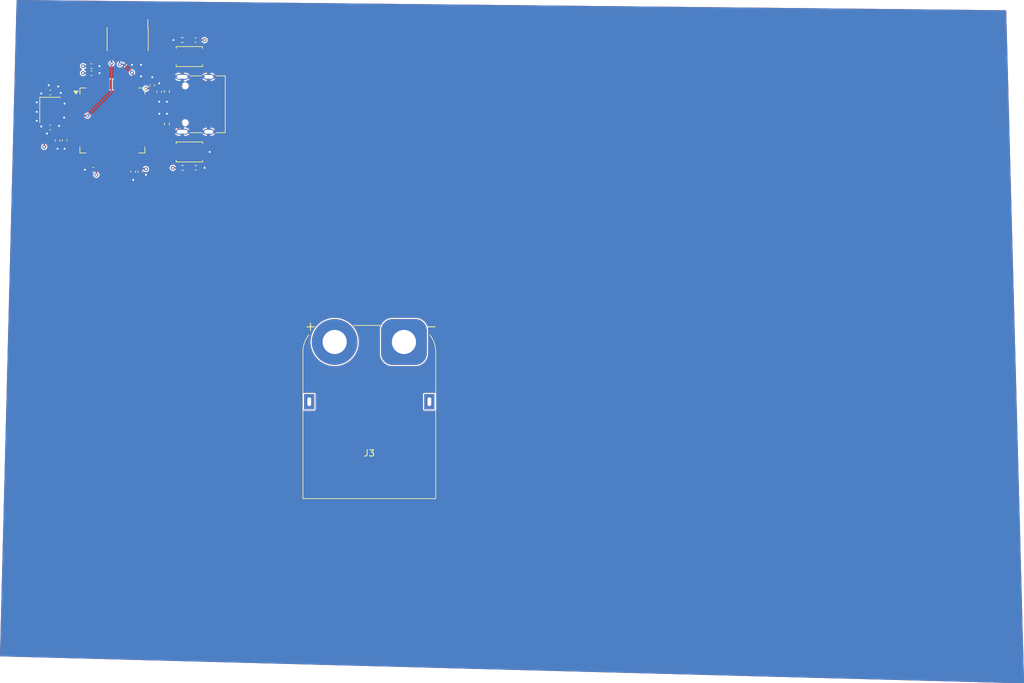
<source format=kicad_pcb>
(kicad_pcb (version 20241229) (generator "pcbnew") (generator_version "9.0")
  (layers (0 "F.Cu" signal) (4 "In1.Cu" signal) (6 "In2.Cu" signal) (2 "B.Cu" signal) (13 "F.Paste" user) (15 "B.Paste" user) (5 "F.SilkS" user "F.Silkscreen") (7 "B.SilkS" user "B.Silkscreen") (1 "F.Mask" user) (3 "B.Mask" user) (25 "Edge.Cuts" user))
  (net 0 "")
  (net 1 "GND")
  (net 2 "/mcu/TDI")
  (net 3 "/mcu/SWIO")
  (net 4 "/mcu/SWCLK")
  (net 5 "/mcu/RESET")
  (net 6 "/mcu/SWO")
  (net 13 "+3.3V")
  (net 18 "/mcu/BOOT")
  (net 20 "/USB_DP")
  (net 30 "Net-(U1-PH1)")
  (net 34 "/USB_DN")
  (net 38 "Net-(U1-PH0)")
  (net 46 "Net-(U1-VCAP_2)")
  (net 57 "Net-(U1-VCAP_1)")
  (net 59 "/mcu/VDDA")
  (net 61 "Net-(J1-CC2)")
  (net 62 "Net-(J1-CC1)")
  (net 66 "/UBAT")
  (footprint "Resistor_SMD:R_0402_1005Metric" (layer "F.Cu") (at 105.42 66.5)
    (property "Reference" "R1" (hide yes))
    (property "Value" "5.1k")
    (fp_line (start -0.153641 -0.38) (end 0.153641 -0.38) (stroke (width 0.12)) (layer "F.SilkS"))
    (fp_line (start -0.153641 0.38) (end 0.153641 0.38) (stroke (width 0.12)) (layer "F.SilkS"))
    (pad "1" smd roundrect (at -0.51 0) (size 0.54 0.64) (layers "F.Cu" "F.Mask" "F.Paste") (net 13 "+3.3V"))
    (pad "2" smd roundrect (at 0.51 0) (size 0.54 0.64) (layers "F.Cu" "F.Mask" "F.Paste") (net 5 "/mcu/RESET"))
  )
  (footprint "Capacitor_SMD:C_0402_1005Metric" (layer "F.Cu") (at 85.76667 62.199653 -90)
    (property "Reference" "C2" (hide yes))
    (property "Value" "1u")
    (fp_line (start -0.107836 0.36) (end 0.107836 0.36) (stroke (width 0.12)) (layer "F.SilkS"))
    (fp_line (start -0.107836 -0.36) (end 0.107836 -0.36) (stroke (width 0.12)) (layer "F.SilkS"))
    (pad "1" smd roundrect (at -0.48 0 270) (size 0.56 0.62) (layers "F.Cu" "F.Mask" "F.Paste") (net 59 "/mcu/VDDA"))
    (pad "2" smd roundrect (at 0.48 0 270) (size 0.56 0.62) (layers "F.Cu" "F.Mask" "F.Paste") (net 1 "GND"))
  )
  (footprint "Resistor_SMD:R_0402_1005Metric" (layer "F.Cu") (at 105.39 46.4 180)
    (property "Reference" "R2" (hide yes))
    (property "Value" "5.1k")
    (fp_line (start -0.153641 0.38) (end 0.153641 0.38) (stroke (width 0.12)) (layer "F.SilkS"))
    (fp_line (start -0.153641 -0.38) (end 0.153641 -0.38) (stroke (width 0.12)) (layer "F.SilkS"))
    (pad "1" smd roundrect (at -0.51 0 180) (size 0.54 0.64) (layers "F.Cu" "F.Mask" "F.Paste") (net 18 "/mcu/BOOT"))
    (pad "2" smd roundrect (at 0.51 0 180) (size 0.54 0.64) (layers "F.Cu" "F.Mask" "F.Paste") (net 1 "GND"))
  )
  (footprint "Button_Switch_SMD:SW_Push_SPST_NO_Alps_SKRK" (layer "F.Cu") (at 106.5 49)
    (property "Reference" "SW2" (hide yes))
    (property "Value" "BOOT")
    (fp_line (start -2.07 -1.57) (end 2.07 -1.57) (stroke (width 0.12)) (layer "F.SilkS"))
    (fp_line (start -2.07 -1.27) (end -2.07 -1.57) (stroke (width 0.12)) (layer "F.SilkS"))
    (fp_line (start -2.07 1.57) (end -2.07 1.27) (stroke (width 0.12)) (layer "F.SilkS"))
    (fp_line (start 2.07 -1.57) (end 2.07 -1.27) (stroke (width 0.12)) (layer "F.SilkS"))
    (fp_line (start 2.07 1.27) (end 2.07 1.57) (stroke (width 0.12)) (layer "F.SilkS"))
    (fp_line (start 2.07 1.57) (end -2.07 1.57) (stroke (width 0.12)) (layer "F.SilkS"))
    (pad "1" smd roundrect (at -2.1 0) (size 0.8 2) (layers "F.Cu" "F.Mask" "F.Paste") (net 18 "/mcu/BOOT"))
    (pad "2" smd roundrect (at 2.1 0) (size 0.8 2) (layers "F.Cu" "F.Mask" "F.Paste") (net 13 "+3.3V"))
  )
  (footprint "Button_Switch_SMD:SW_Push_SPST_NO_Alps_SKRK" (layer "F.Cu") (at 106.5 64 180)
    (property "Reference" "SW1" (hide yes))
    (property "Value" "RESET")
    (fp_line (start 2.07 1.57) (end -2.07 1.57) (stroke (width 0.12)) (layer "F.SilkS"))
    (fp_line (start 2.07 1.27) (end 2.07 1.57) (stroke (width 0.12)) (layer "F.SilkS"))
    (fp_line (start 2.07 -1.57) (end 2.07 -1.27) (stroke (width 0.12)) (layer "F.SilkS"))
    (fp_line (start -2.07 1.57) (end -2.07 1.27) (stroke (width 0.12)) (layer "F.SilkS"))
    (fp_line (start -2.07 -1.27) (end -2.07 -1.57) (stroke (width 0.12)) (layer "F.SilkS"))
    (fp_line (start -2.07 -1.57) (end 2.07 -1.57) (stroke (width 0.12)) (layer "F.SilkS"))
    (pad "1" smd roundrect (at -2.1 0 180) (size 0.8 2) (layers "F.Cu" "F.Mask" "F.Paste") (net 1 "GND"))
    (pad "2" smd roundrect (at 2.1 0 180) (size 0.8 2) (layers "F.Cu" "F.Mask" "F.Paste") (net 5 "/mcu/RESET"))
  )
  (footprint "Capacitor_SMD:C_0402_1005Metric" (layer "F.Cu") (at 97.66667 67.099653 -90)
    (property "Reference" "C9" (hide yes))
    (property "Value" "2.2u")
    (fp_line (start -0.107836 0.36) (end 0.107836 0.36) (stroke (width 0.12)) (layer "F.SilkS"))
    (fp_line (start -0.107836 -0.36) (end 0.107836 -0.36) (stroke (width 0.12)) (layer "F.SilkS"))
    (pad "1" smd roundrect (at -0.48 0 270) (size 0.56 0.62) (layers "F.Cu" "F.Mask" "F.Paste") (net 57 "Net-(U1-VCAP_1)"))
    (pad "2" smd roundrect (at 0.48 0 270) (size 0.56 0.62) (layers "F.Cu" "F.Mask" "F.Paste") (net 1 "GND"))
  )
  (footprint "Connector_AMASS:AMASS_XT90PW-M_1x02_P10.90mm_Horizontal" (layer "F.Cu") (at 140.26667 93.899653 180)
    (property "Reference" "J3" (at 5.449999 -17.5 0) (layer "F.SilkS"))
    (property "Value" "BAT")
    (fp_line (start 15.9 -24.65) (end 15.9 -1.522958) (stroke (width 0.12)) (layer "F.SilkS"))
    (fp_line (start 3.7 2.6) (end 7.9 2.6) (stroke (width 0.12)) (layer "F.SilkS"))
    (fp_line (start -5 -24.65) (end 15.9 -24.65) (stroke (width 0.12)) (layer "F.SilkS"))
    (fp_line (start -5 -24.65) (end -5 -1.522958) (stroke (width 0.12)) (layer "F.SilkS"))
    (fp_arc (start 15.9 -1.522958) (mid 15.659164 -0.130586) (end 14.964641 1.1) (stroke (width 0.12)) (layer "F.SilkS"))
    (fp_arc (start -4.064641 1.1) (mid -4.759165 -0.130585) (end -5 -1.522958) (stroke (width 0.12)) (layer "F.SilkS"))
    (fp_text user "+" (at 14.7 2.5 0) (layer "F.SilkS") (effects (font (size 1.5 1.5))))
    (fp_text user "-" (at -4.3 2.5 0) (layer "F.SilkS") (effects (font (size 1.5 1.5))))
    (pad "1" thru_hole roundrect (at 0 0 180) (size 7.2 7.2) (drill 3.8) (layers "*.Cu" "*.Mask") (net 1 "GND"))
    (pad "2" thru_hole circle (at 10.899998 0 180) (size 7.2 7.2) (drill 3.8) (layers "*.Cu" "*.Mask") (net 66 "/UBAT"))
    (pad "MP" thru_hole rect (at -4 -9.4 180) (size 1.6 2.4) (drill oval 0.6 1.4) (layers "*.Cu" "*.Mask"))
    (pad "MP" thru_hole rect (at 14.9 -9.4 180) (size 1.6 2.4) (drill oval 0.6 1.4) (layers "*.Cu" "*.Mask"))
  )
  (footprint "Capacitor_SMD:C_0402_1005Metric" (layer "F.Cu") (at 107.48 46.4 180)
    (property "Reference" "C13" (hide yes))
    (property "Value" "100n")
    (fp_line (start -0.107836 0.36) (end 0.107836 0.36) (stroke (width 0.12)) (layer "F.SilkS"))
    (fp_line (start -0.107836 -0.36) (end 0.107836 -0.36) (stroke (width 0.12)) (layer "F.SilkS"))
    (pad "1" smd roundrect (at -0.48 0 180) (size 0.56 0.62) (layers "F.Cu" "F.Mask" "F.Paste") (net 13 "+3.3V"))
    (pad "2" smd roundrect (at 0.48 0 180) (size 0.56 0.62) (layers "F.Cu" "F.Mask" "F.Paste") (net 18 "/mcu/BOOT"))
  )
  (footprint "Package_QFP:LQFP-64_10x10mm_P0.5mm" (layer "F.Cu") (at 94.39167 59.049653)
    (property "Reference" "U1" (hide yes))
    (property "Value" "STM32F405RGTx")
    (fp_line (start -5.11 -5.11) (end -5.11 -4.16) (stroke (width 0.12)) (layer "F.SilkS"))
    (fp_line (start -5.11 5.11) (end -5.11 4.16) (stroke (width 0.12)) (layer "F.SilkS"))
    (fp_line (start -4.16 -5.11) (end -5.11 -5.11) (stroke (width 0.12)) (layer "F.SilkS"))
    (fp_line (start -4.16 5.11) (end -5.11 5.11) (stroke (width 0.12)) (layer "F.SilkS"))
    (fp_line (start 4.16 -5.11) (end 5.11 -5.11) (stroke (width 0.12)) (layer "F.SilkS"))
    (fp_line (start 4.16 5.11) (end 5.11 5.11) (stroke (width 0.12)) (layer "F.SilkS"))
    (fp_line (start 5.11 -5.11) (end 5.11 -4.16) (stroke (width 0.12)) (layer "F.SilkS"))
    (fp_line (start 5.11 5.11) (end 5.11 4.16) (stroke (width 0.12)) (layer "F.SilkS"))
    (fp_poly (pts (xy -5.725 -4.16) (xy -6.065 -4.63) (xy -5.385 -4.63) (xy -5.725 -4.16)) (stroke (width 0.12)) (fill yes) (layer "F.SilkS"))
    (pad "1" smd roundrect (at -5.675 -3.75) (size 1.55 0.3) (layers "F.Cu" "F.Mask" "F.Paste") (net 13 "+3.3V"))
    (pad "2" smd roundrect (at -5.675 -3.25) (size 1.55 0.3) (layers "F.Cu" "F.Mask" "F.Paste"))
    (pad "3" smd roundrect (at -5.675 -2.75) (size 1.55 0.3) (layers "F.Cu" "F.Mask" "F.Paste"))
    (pad "4" smd roundrect (at -5.675 -2.25) (size 1.55 0.3) (layers "F.Cu" "F.Mask" "F.Paste"))
    (pad "5" smd roundrect (at -5.675 -1.75) (size 1.55 0.3) (layers "F.Cu" "F.Mask" "F.Paste") (net 38 "Net-(U1-PH0)"))
    (pad "6" smd roundrect (at -5.675 -1.25) (size 1.55 0.3) (layers "F.Cu" "F.Mask" "F.Paste") (net 30 "Net-(U1-PH1)"))
    (pad "7" smd roundrect (at -5.675 -0.75) (size 1.55 0.3) (layers "F.Cu" "F.Mask" "F.Paste") (net 5 "/mcu/RESET"))
    (pad "8" smd roundrect (at -5.675 -0.25) (size 1.55 0.3) (layers "F.Cu" "F.Mask" "F.Paste"))
    (pad "9" smd roundrect (at -5.675 0.25) (size 1.55 0.3) (layers "F.Cu" "F.Mask" "F.Paste"))
    (pad "10" smd roundrect (at -5.675 0.75) (size 1.55 0.3) (layers "F.Cu" "F.Mask" "F.Paste"))
    (pad "11" smd roundrect (at -5.675 1.25) (size 1.55 0.3) (layers "F.Cu" "F.Mask" "F.Paste"))
    (pad "12" smd roundrect (at -5.675 1.75) (size 1.55 0.3) (layers "F.Cu" "F.Mask" "F.Paste") (net 1 "GND"))
    (pad "13" smd roundrect (at -5.675 2.25) (size 1.55 0.3) (layers "F.Cu" "F.Mask" "F.Paste") (net 59 "/mcu/VDDA"))
    (pad "14" smd roundrect (at -5.675 2.75) (size 1.55 0.3) (layers "F.Cu" "F.Mask" "F.Paste"))
    (pad "15" smd roundrect (at -5.675 3.25) (size 1.55 0.3) (layers "F.Cu" "F.Mask" "F.Paste"))
    (pad "16" smd roundrect (at -5.675 3.75) (size 1.55 0.3) (layers "F.Cu" "F.Mask" "F.Paste"))
    (pad "17" smd roundrect (at -3.75 5.675) (size 0.3 1.55) (layers "F.Cu" "F.Mask" "F.Paste"))
    (pad "18" smd roundrect (at -3.25 5.675) (size 0.3 1.55) (layers "F.Cu" "F.Mask" "F.Paste") (net 1 "GND"))
    (pad "19" smd roundrect (at -2.75 5.675) (size 0.3 1.55) (layers "F.Cu" "F.Mask" "F.Paste") (net 13 "+3.3V"))
    (pad "20" smd roundrect (at -2.25 5.675) (size 0.3 1.55) (layers "F.Cu" "F.Mask" "F.Paste"))
    (pad "21" smd roundrect (at -1.75 5.675) (size 0.3 1.55) (layers "F.Cu" "F.Mask" "F.Paste"))
    (pad "22" smd roundrect (at -1.25 5.675) (size 0.3 1.55) (layers "F.Cu" "F.Mask" "F.Paste"))
    (pad "23" smd roundrect (at -0.75 5.675) (size 0.3 1.55) (layers "F.Cu" "F.Mask" "F.Paste"))
    (pad "24" smd roundrect (at -0.25 5.675) (size 0.3 1.55) (layers "F.Cu" "F.Mask" "F.Paste"))
    (pad "25" smd roundrect (at 0.25 5.675) (size 0.3 1.55) (layers "F.Cu" "F.Mask" "F.Paste"))
    (pad "26" smd roundrect (at 0.75 5.675) (size 0.3 1.55) (layers "F.Cu" "F.Mask" "F.Paste"))
    (pad "27" smd roundrect (at 1.25 5.675) (size 0.3 1.55) (layers "F.Cu" "F.Mask" "F.Paste"))
    (pad "28" smd roundrect (at 1.75 5.675) (size 0.3 1.55) (layers "F.Cu" "F.Mask" "F.Paste"))
    (pad "29" smd roundrect (at 2.25 5.675) (size 0.3 1.55) (layers "F.Cu" "F.Mask" "F.Paste"))
    (pad "30" smd roundrect (at 2.75 5.675) (size 0.3 1.55) (layers "F.Cu" "F.Mask" "F.Paste"))
    (pad "31" smd roundrect (at 3.25 5.675) (size 0.3 1.55) (layers "F.Cu" "F.Mask" "F.Paste") (net 57 "Net-(U1-VCAP_1)"))
    (pad "32" smd roundrect (at 3.75 5.675) (size 0.3 1.55) (layers "F.Cu" "F.Mask" "F.Paste") (net 13 "+3.3V"))
    (pad "33" smd roundrect (at 5.675 3.75) (size 1.55 0.3) (layers "F.Cu" "F.Mask" "F.Paste"))
    (pad "34" smd roundrect (at 5.675 3.25) (size 1.55 0.3) (layers "F.Cu" "F.Mask" "F.Paste"))
    (pad "35" smd roundrect (at 5.675 2.75) (size 1.55 0.3) (layers "F.Cu" "F.Mask" "F.Paste"))
    (pad "36" smd roundrect (at 5.675 2.25) (size 1.55 0.3) (layers "F.Cu" "F.Mask" "F.Paste"))
    (pad "37" smd roundrect (at 5.675 1.75) (size 1.55 0.3) (layers "F.Cu" "F.Mask" "F.Paste"))
    (pad "38" smd roundrect (at 5.675 1.25) (size 1.55 0.3) (layers "F.Cu" "F.Mask" "F.Paste"))
    (pad "39" smd roundrect (at 5.675 0.75) (size 1.55 0.3) (layers "F.Cu" "F.Mask" "F.Paste"))
    (pad "40" smd roundrect (at 5.675 0.25) (size 1.55 0.3) (layers "F.Cu" "F.Mask" "F.Paste"))
    (pad "41" smd roundrect (at 5.675 -0.25) (size 1.55 0.3) (layers "F.Cu" "F.Mask" "F.Paste"))
    (pad "42" smd roundrect (at 5.675 -0.75) (size 1.55 0.3) (layers "F.Cu" "F.Mask" "F.Paste"))
    (pad "43" smd roundrect (at 5.675 -1.25) (size 1.55 0.3) (layers "F.Cu" "F.Mask" "F.Paste"))
    (pad "44" smd roundrect (at 5.675 -1.75) (size 1.55 0.3) (layers "F.Cu" "F.Mask" "F.Paste") (net 34 "/USB_DN"))
    (pad "45" smd roundrect (at 5.675 -2.25) (size 1.55 0.3) (layers "F.Cu" "F.Mask" "F.Paste") (net 20 "/USB_DP"))
    (pad "46" smd roundrect (at 5.675 -2.75) (size 1.55 0.3) (layers "F.Cu" "F.Mask" "F.Paste") (net 3 "/mcu/SWIO"))
    (pad "47" smd roundrect (at 5.675 -3.25) (size 1.55 0.3) (layers "F.Cu" "F.Mask" "F.Paste") (net 46 "Net-(U1-VCAP_2)"))
    (pad "48" smd roundrect (at 5.675 -3.75) (size 1.55 0.3) (layers "F.Cu" "F.Mask" "F.Paste") (net 13 "+3.3V"))
    (pad "49" smd roundrect (at 3.75 -5.675) (size 0.3 1.55) (layers "F.Cu" "F.Mask" "F.Paste") (net 4 "/mcu/SWCLK"))
    (pad "50" smd roundrect (at 3.25 -5.675) (size 0.3 1.55) (layers "F.Cu" "F.Mask" "F.Paste") (net 2 "/mcu/TDI"))
    (pad "51" smd roundrect (at 2.75 -5.675) (size 0.3 1.55) (layers "F.Cu" "F.Mask" "F.Paste"))
    (pad "52" smd roundrect (at 2.25 -5.675) (size 0.3 1.55) (layers "F.Cu" "F.Mask" "F.Paste"))
    (pad "53" smd roundrect (at 1.75 -5.675) (size 0.3 1.55) (layers "F.Cu" "F.Mask" "F.Paste"))
    (pad "54" smd roundrect (at 1.25 -5.675) (size 0.3 1.55) (layers "F.Cu" "F.Mask" "F.Paste"))
    (pad "55" smd roundrect (at 0.75 -5.675) (size 0.3 1.55) (layers "F.Cu" "F.Mask" "F.Paste") (net 6 "/mcu/SWO"))
    (pad "56" smd roundrect (at 0.25 -5.675) (size 0.3 1.55) (layers "F.Cu" "F.Mask" "F.Paste"))
    (pad "57" smd roundrect (at -0.25 -5.675) (size 0.3 1.55) (layers "F.Cu" "F.Mask" "F.Paste"))
    (pad "58" smd roundrect (at -0.75 -5.675) (size 0.3 1.55) (layers "F.Cu" "F.Mask" "F.Paste"))
    (pad "59" smd roundrect (at -1.25 -5.675) (size 0.3 1.55) (layers "F.Cu" "F.Mask" "F.Paste"))
    (pad "60" smd roundrect (at -1.75 -5.675) (size 0.3 1.55) (layers "F.Cu" "F.Mask" "F.Paste") (net 18 "/mcu/BOOT"))
    (pad "61" smd roundrect (at -2.25 -5.675) (size 0.3 1.55) (layers "F.Cu" "F.Mask" "F.Paste"))
    (pad "62" smd roundrect (at -2.75 -5.675) (size 0.3 1.55) (layers "F.Cu" "F.Mask" "F.Paste"))
    (pad "63" smd roundrect (at -3.25 -5.675) (size 0.3 1.55) (layers "F.Cu" "F.Mask" "F.Paste") (net 1 "GND"))
    (pad "64" smd roundrect (at -3.75 -5.675) (size 0.3 1.55) (layers "F.Cu" "F.Mask" "F.Paste") (net 13 "+3.3V"))
  )
  (footprint "Capacitor_SMD:C_0402_1005Metric" (layer "F.Cu") (at 98.76667 67.119653 -90)
    (property "Reference" "C5" (hide yes))
    (property "Value" "100n")
    (fp_line (start -0.107836 0.36) (end 0.107836 0.36) (stroke (width 0.12)) (layer "F.SilkS"))
    (fp_line (start -0.107836 -0.36) (end 0.107836 -0.36) (stroke (width 0.12)) (layer "F.SilkS"))
    (pad "1" smd roundrect (at -0.48 0 270) (size 0.56 0.62) (layers "F.Cu" "F.Mask" "F.Paste") (net 13 "+3.3V"))
    (pad "2" smd roundrect (at 0.48 0 270) (size 0.56 0.62) (layers "F.Cu" "F.Mask" "F.Paste") (net 1 "GND"))
  )
  (footprint "Capacitor_SMD:C_0402_1005Metric" (layer "F.Cu") (at 101.76667 54.519653 90)
    (property "Reference" "C8" (hide yes))
    (property "Value" "2.2u")
    (fp_line (start -0.107836 -0.36) (end 0.107836 -0.36) (stroke (width 0.12)) (layer "F.SilkS"))
    (fp_line (start -0.107836 0.36) (end 0.107836 0.36) (stroke (width 0.12)) (layer "F.SilkS"))
    (pad "1" smd roundrect (at -0.48 0 90) (size 0.56 0.62) (layers "F.Cu" "F.Mask" "F.Paste") (net 46 "Net-(U1-VCAP_2)"))
    (pad "2" smd roundrect (at 0.48 0 90) (size 0.56 0.62) (layers "F.Cu" "F.Mask" "F.Paste") (net 1 "GND"))
  )
  (footprint "Connector_PinHeader_1.27mm:PinHeader_2x05_P1.27mm_Vertical_SMD" (layer "F.Cu") (at 96.79667 46.249653 -90)
    (property "Reference" "J2" (hide yes))
    (property "Value" "Debug")
    (fp_line (start -1.765 3.235) (end 1.765 3.235) (stroke (width 0.12)) (layer "F.SilkS"))
    (fp_line (start -1.765 3.17) (end -1.765 3.235) (stroke (width 0.12)) (layer "F.SilkS"))
    (fp_line (start 1.765 3.17) (end 1.765 3.235) (stroke (width 0.12)) (layer "F.SilkS"))
    (fp_line (start -3.09 -3.17) (end -1.765 -3.17) (stroke (width 0.12)) (layer "F.SilkS"))
    (fp_line (start -1.765 -3.235) (end -1.765 -3.17) (stroke (width 0.12)) (layer "F.SilkS"))
    (fp_line (start -1.765 -3.235) (end 1.765 -3.235) (stroke (width 0.12)) (layer "F.SilkS"))
    (fp_line (start 1.765 -3.235) (end 1.765 -3.17) (stroke (width 0.12)) (layer "F.SilkS"))
    (pad "1" smd rect (at -1.95 -2.54 270) (size 2.4 0.74) (layers "F.Cu" "F.Mask" "F.Paste") (net 13 "+3.3V"))
    (pad "2" smd rect (at 1.95 -2.54 270) (size 2.4 0.74) (layers "F.Cu" "F.Mask" "F.Paste") (net 3 "/mcu/SWIO"))
    (pad "3" smd rect (at -1.95 -1.27 270) (size 2.4 0.74) (layers "F.Cu" "F.Mask" "F.Paste") (net 1 "GND"))
    (pad "4" smd rect (at 1.95 -1.27 270) (size 2.4 0.74) (layers "F.Cu" "F.Mask" "F.Paste") (net 4 "/mcu/SWCLK"))
    (pad "5" smd rect (at -1.95 0 270) (size 2.4 0.74) (layers "F.Cu" "F.Mask" "F.Paste") (net 1 "GND"))
    (pad "6" smd rect (at 1.95 0 270) (size 2.4 0.74) (layers "F.Cu" "F.Mask" "F.Paste") (net 6 "/mcu/SWO"))
    (pad "7" smd rect (at -1.95 1.27 270) (size 2.4 0.74) (layers "F.Cu" "F.Mask" "F.Paste"))
    (pad "8" smd rect (at 1.95 1.27 270) (size 2.4 0.74) (layers "F.Cu" "F.Mask" "F.Paste") (net 2 "/mcu/TDI"))
    (pad "9" smd rect (at -1.95 2.54 270) (size 2.4 0.74) (layers "F.Cu" "F.Mask" "F.Paste") (net 1 "GND"))
    (pad "10" smd rect (at 1.95 2.54 270) (size 2.4 0.74) (layers "F.Cu" "F.Mask" "F.Paste") (net 5 "/mcu/RESET"))
  )
  (footprint "Crystal:Crystal_SMD_3225-4Pin_3.2x2.5mm" (layer "F.Cu") (at 84.61667 57.399653 -90)
    (property "Reference" "Y1" (hide yes))
    (property "Value" "8MHz")
    (fp_line (start -2 1.65) (end 2 1.65) (stroke (width 0.12)) (layer "F.SilkS"))
    (fp_line (start -2 -1.65) (end -2 1.65) (stroke (width 0.12)) (layer "F.SilkS"))
    (pad "1" smd rect (at -1.1 0.85 270) (size 1.4 1.2) (layers "F.Cu" "F.Mask" "F.Paste") (net 38 "Net-(U1-PH0)"))
    (pad "2" smd rect (at 1.1 0.85 270) (size 1.4 1.2) (layers "F.Cu" "F.Mask" "F.Paste") (net 1 "GND"))
    (pad "3" smd rect (at 1.1 -0.85 270) (size 1.4 1.2) (layers "F.Cu" "F.Mask" "F.Paste") (net 30 "Net-(U1-PH1)"))
    (pad "4" smd rect (at -1.1 -0.85 270) (size 1.4 1.2) (layers "F.Cu" "F.Mask" "F.Paste") (net 1 "GND"))
  )
  (footprint "Capacitor_SMD:C_0402_1005Metric" (layer "F.Cu") (at 107.5 66.5)
    (property "Reference" "C10" (hide yes))
    (property "Value" "100n")
    (fp_line (start -0.107836 -0.36) (end 0.107836 -0.36) (stroke (width 0.12)) (layer "F.SilkS"))
    (fp_line (start -0.107836 0.36) (end 0.107836 0.36) (stroke (width 0.12)) (layer "F.SilkS"))
    (pad "1" smd roundrect (at -0.48 0) (size 0.56 0.62) (layers "F.Cu" "F.Mask" "F.Paste") (net 5 "/mcu/RESET"))
    (pad "2" smd roundrect (at 0.48 0) (size 0.56 0.62) (layers "F.Cu" "F.Mask" "F.Paste") (net 1 "GND"))
  )
  (footprint "Capacitor_SMD:C_0402_1005Metric" (layer "F.Cu") (at 91.10667 51.599653)
    (property "Reference" "C3" (hide yes))
    (property "Value" "100n")
    (fp_line (start -0.107836 -0.36) (end 0.107836 -0.36) (stroke (width 0.12)) (layer "F.SilkS"))
    (fp_line (start -0.107836 0.36) (end 0.107836 0.36) (stroke (width 0.12)) (layer "F.SilkS"))
    (pad "1" smd roundrect (at -0.48 0) (size 0.56 0.62) (layers "F.Cu" "F.Mask" "F.Paste") (net 13 "+3.3V"))
    (pad "2" smd roundrect (at 0.48 0) (size 0.56 0.62) (layers "F.Cu" "F.Mask" "F.Paste") (net 1 "GND"))
  )
  (footprint "Capacitor_SMD:C_0402_1005Metric" (layer "F.Cu") (at 84.61667 60.149653 180)
    (property "Reference" "C11" (hide yes))
    (property "Value" "10p")
    (fp_line (start -0.107836 0.36) (end 0.107836 0.36) (stroke (width 0.12)) (layer "F.SilkS"))
    (fp_line (start -0.107836 -0.36) (end 0.107836 -0.36) (stroke (width 0.12)) (layer "F.SilkS"))
    (pad "1" smd roundrect (at -0.48 0 180) (size 0.56 0.62) (layers "F.Cu" "F.Mask" "F.Paste") (net 30 "Net-(U1-PH1)"))
    (pad "2" smd roundrect (at 0.48 0 180) (size 0.56 0.62) (layers "F.Cu" "F.Mask" "F.Paste") (net 1 "GND"))
  )
  (footprint "Capacitor_SMD:C_0402_1005Metric" (layer "F.Cu") (at 84.61667 54.649653)
    (property "Reference" "C12" (hide yes))
    (property "Value" "10p")
    (fp_line (start -0.107836 -0.36) (end 0.107836 -0.36) (stroke (width 0.12)) (layer "F.SilkS"))
    (fp_line (start -0.107836 0.36) (end 0.107836 0.36) (stroke (width 0.12)) (layer "F.SilkS"))
    (pad "1" smd roundrect (at -0.48 0) (size 0.56 0.62) (layers "F.Cu" "F.Mask" "F.Paste") (net 38 "Net-(U1-PH0)"))
    (pad "2" smd roundrect (at 0.48 0) (size 0.56 0.62) (layers "F.Cu" "F.Mask" "F.Paste") (net 1 "GND"))
  )
  (footprint "Capacitor_SMD:C_0402_1005Metric" (layer "F.Cu") (at 86.86667 62.179653 -90)
    (property "Reference" "C1" (hide yes))
    (property "Value" "100n")
    (fp_line (start -0.107836 0.36) (end 0.107836 0.36) (stroke (width 0.12)) (layer "F.SilkS"))
    (fp_line (start -0.107836 -0.36) (end 0.107836 -0.36) (stroke (width 0.12)) (layer "F.SilkS"))
    (pad "1" smd roundrect (at -0.48 0 270) (size 0.56 0.62) (layers "F.Cu" "F.Mask" "F.Paste") (net 59 "/mcu/VDDA"))
    (pad "2" smd roundrect (at 0.48 0 270) (size 0.56 0.62) (layers "F.Cu" "F.Mask" "F.Paste") (net 1 "GND"))
  )
  (footprint "Resistor_SMD:R_0402_1005Metric" (layer "F.Cu") (at 102.96667 54.499653 90)
    (property "Reference" "R3" (hide yes))
    (property "Value" "5.1k")
    (fp_line (start -0.153641 -0.38) (end 0.153641 -0.38) (stroke (width 0.12)) (layer "F.SilkS"))
    (fp_line (start -0.153641 0.38) (end 0.153641 0.38) (stroke (width 0.12)) (layer "F.SilkS"))
    (pad "1" smd roundrect (at -0.51 0 90) (size 0.54 0.64) (layers "F.Cu" "F.Mask" "F.Paste") (net 61 "Net-(J1-CC2)"))
    (pad "2" smd roundrect (at 0.51 0 90) (size 0.54 0.64) (layers "F.Cu" "F.Mask" "F.Paste") (net 1 "GND"))
  )
  (footprint "Connector_USB:USB_C_Receptacle_Palconn_UTC16-G" (layer "F.Cu") (at 107.30867 56.499653 90)
    (property "Reference" "J1" (hide yes))
    (property "Value" "USB_C_Receptacle_USB2.0_14P")
    (fp_line (start 4.47 -0.67) (end 4.47 1.13) (stroke (width 0.12)) (layer "F.SilkS"))
    (fp_line (start -4.47 -0.67) (end -4.47 1.13) (stroke (width 0.12)) (layer "F.SilkS"))
    (fp_line (start 4.47 4.84) (end 4.47 3.38) (stroke (width 0.12)) (layer "F.SilkS"))
    (fp_line (start 4.47 4.84) (end -4.47 4.84) (stroke (width 0.12)) (layer "F.SilkS"))
    (fp_line (start -4.47 4.84) (end -4.47 3.38) (stroke (width 0.12)) (layer "F.SilkS"))
    (pad "" np_thru_hole circle (at -2.89 -1.45 270) (size 0.6 0.6) (drill 0.6) (layers "*.Cu" "*.Mask"))
    (pad "" np_thru_hole circle (at 2.89 -1.45 270) (size 0.6 0.6) (drill 0.6) (layers "*.Cu" "*.Mask"))
    (pad "A1" smd rect (at -3.2 -2.51 90) (size 0.6 1.16) (layers "F.Cu" "F.Mask" "F.Paste") (net 1 "GND"))
    (pad "A4" smd rect (at -2.4 -2.51 90) (size 0.6 1.16) (layers "F.Cu" "F.Mask" "F.Paste"))
    (pad "A5" smd rect (at -1.25 -2.51 270) (size 0.3 1.16) (layers "F.Cu" "F.Mask" "F.Paste") (net 62 "Net-(J1-CC1)"))
    (pad "A6" smd rect (at -0.25 -2.51 270) (size 0.3 1.16) (layers "F.Cu" "F.Mask" "F.Paste") (net 20 "/USB_DP"))
    (pad "A7" smd rect (at 0.25 -2.51 270) (size 0.3 1.16) (layers "F.Cu" "F.Mask" "F.Paste") (net 34 "/USB_DN"))
    (pad "A8" smd rect (at 1.25 -2.51 270) (size 0.3 1.16) (layers "F.Cu" "F.Mask" "F.Paste"))
    (pad "A9" smd rect (at 2.4 -2.51 90) (size 0.6 1.16) (layers "F.Cu" "F.Mask" "F.Paste"))
    (pad "A12" smd rect (at 3.2 -2.51 90) (size 0.6 1.16) (layers "F.Cu" "F.Mask" "F.Paste") (net 1 "GND"))
    (pad "B1" smd rect (at 3.2 -2.51 90) (size 0.6 1.16) (layers "F.Cu" "F.Mask" "F.Paste") (net 1 "GND"))
    (pad "B4" smd rect (at 2.4 -2.51 90) (size 0.6 1.16) (layers "F.Cu" "F.Mask" "F.Paste"))
    (pad "B5" smd rect (at 1.75 -2.51 270) (size 0.3 1.16) (layers "F.Cu" "F.Mask" "F.Paste") (net 61 "Net-(J1-CC2)"))
    (pad "B6" smd rect (at 0.75 -2.51 270) (size 0.3 1.16) (layers "F.Cu" "F.Mask" "F.Paste") (net 20 "/USB_DP"))
    (pad "B7" smd rect (at -0.75 -2.51 270) (size 0.3 1.16) (layers "F.Cu" "F.Mask" "F.Paste") (net 34 "/USB_DN"))
    (pad "B8" smd rect (at -1.75 -2.51 270) (size 0.3 1.16) (layers "F.Cu" "F.Mask" "F.Paste"))
    (pad "B9" smd rect (at -2.4 -2.51 90) (size 0.6 1.16) (layers "F.Cu" "F.Mask" "F.Paste"))
    (pad "B12" smd rect (at -3.2 -2.51 90) (size 0.6 1.16) (layers "F.Cu" "F.Mask" "F.Paste") (net 1 "GND"))
    (pad "S1" thru_hole oval (at -4.32 -1.93 180) (size 2 0.9) (drill oval 1.7 0.6) (property pad_prop_heatsink) (layers "*.Cu" "*.Mask") (net 1 "GND"))
    (pad "S1" thru_hole oval (at -4.32 2.24 180) (size 1.7 0.9) (drill oval 1.4 0.6) (property pad_prop_heatsink) (layers "*.Cu" "*.Mask") (net 1 "GND"))
    (pad "S1" thru_hole oval (at 4.32 -1.93 180) (size 2 0.9) (drill oval 1.7 0.6) (property pad_prop_heatsink) (layers "*.Cu" "*.Mask") (net 1 "GND"))
    (pad "S1" thru_hole oval (at 4.32 2.24 180) (size 1.7 0.9) (drill oval 1.4 0.6) (property pad_prop_heatsink) (layers "*.Cu" "*.Mask") (net 1 "GND"))
  )
  (footprint "Capacitor_SMD:C_0402_1005Metric" (layer "F.Cu") (at 100.66667 53.519653 90)
    (property "Reference" "C4" (hide yes))
    (property "Value" "100n")
    (fp_line (start -0.107836 -0.36) (end 0.107836 -0.36) (stroke (width 0.12)) (layer "F.SilkS"))
    (fp_line (start -0.107836 0.36) (end 0.107836 0.36) (stroke (width 0.12)) (layer "F.SilkS"))
    (pad "1" smd roundrect (at -0.48 0 90) (size 0.56 0.62) (layers "F.Cu" "F.Mask" "F.Paste") (net 13 "+3.3V"))
    (pad "2" smd roundrect (at 0.48 0 90) (size 0.56 0.62) (layers "F.Cu" "F.Mask" "F.Paste") (net 1 "GND"))
  )
  (footprint "Capacitor_SMD:C_0402_1005Metric" (layer "F.Cu") (at 91.38667 66.799653 180)
    (property "Reference" "C6" (hide yes))
    (property "Value" "100n")
    (fp_line (start -0.107836 0.36) (end 0.107836 0.36) (stroke (width 0.12)) (layer "F.SilkS"))
    (fp_line (start -0.107836 -0.36) (end 0.107836 -0.36) (stroke (width 0.12)) (layer "F.SilkS"))
    (pad "1" smd roundrect (at -0.48 0 180) (size 0.56 0.62) (layers "F.Cu" "F.Mask" "F.Paste") (net 13 "+3.3V"))
    (pad "2" smd roundrect (at 0.48 0 180) (size 0.56 0.62) (layers "F.Cu" "F.Mask" "F.Paste") (net 1 "GND"))
  )
  (footprint "Resistor_SMD:R_0402_1005Metric" (layer "F.Cu") (at 102.96667 59.609653 -90)
    (property "Reference" "R4" (hide yes))
    (property "Value" "5.1k")
    (fp_line (start -0.153641 0.38) (end 0.153641 0.38) (stroke (width 0.12)) (layer "F.SilkS"))
    (fp_line (start -0.153641 -0.38) (end 0.153641 -0.38) (stroke (width 0.12)) (layer "F.SilkS"))
    (pad "1" smd roundrect (at -0.51 0 270) (size 0.54 0.64) (layers "F.Cu" "F.Mask" "F.Paste") (net 62 "Net-(J1-CC1)"))
    (pad "2" smd roundrect (at 0.51 0 270) (size 0.54 0.64) (layers "F.Cu" "F.Mask" "F.Paste") (net 1 "GND"))
  )
  (footprint "Capacitor_SMD:C_0402_1005Metric" (layer "F.Cu") (at 91.08667 50.499653)
    (property "Reference" "C7" (hide yes))
    (property "Value" "4.7u")
    (fp_line (start -0.107836 -0.36) (end 0.107836 -0.36) (stroke (width 0.12)) (layer "F.SilkS"))
    (fp_line (start -0.107836 0.36) (end 0.107836 0.36) (stroke (width 0.12)) (layer "F.SilkS"))
    (pad "1" smd roundrect (at -0.48 0) (size 0.56 0.62) (layers "F.Cu" "F.Mask" "F.Paste") (net 13 "+3.3V"))
    (pad "2" smd roundrect (at 0.48 0) (size 0.56 0.62) (layers "F.Cu" "F.Mask" "F.Paste") (net 1 "GND"))
  )
  (footprint "Inductor_SMD:L_0402_1005Metric" (layer "F.Cu") (at 84.16667 62.299653)
    (property "Reference" "L1" (hide yes))
    (property "Value" "L_Ferrite")
    (pad "1" smd roundrect (at -0.485 0) (size 0.59 0.64) (layers "F.Cu" "F.Mask" "F.Paste") (net 13 "+3.3V"))
    (pad "2" smd roundrect (at 0.485 0) (size 0.59 0.64) (layers "F.Cu" "F.Mask" "F.Paste") (net 59 "/mcu/VDDA"))
  )
  (via (at 101.76667 56.099653) (size 0.6) (drill 0.3) (layers "F.Cu" "B.Cu") (net 1))
  (via (at 92.36667 50.499653) (size 0.6) (drill 0.3) (layers "F.Cu" "B.Cu") (net 1))
  (via (at 99.66667 67.599653) (size 0.6) (drill 0.3) (layers "F.Cu" "B.Cu") (net 1))
  (via (at 98.9 50.3) (size 0.6) (drill 0.3) (layers "F.Cu" "B.Cu") (net 1))
  (via (at 84.1 61.1) (size 0.6) (drill 0.3) (layers "F.Cu" "B.Cu") (net 1))
  (via (at 108.9 66.5) (size 0.6) (drill 0.3) (layers "F.Cu" "B.Cu") (net 1))
  (via (at 86.86667 56.399653) (size 0.6) (drill 0.3) (layers "F.Cu" "B.Cu") (net 1))
  (via (at 104 46.4) (size 0.6) (drill 0.3) (layers "F.Cu" "B.Cu") (net 1))
  (via (at 92.36667 51.599653) (size 0.6) (drill 0.3) (layers "F.Cu" "B.Cu") (net 1))
  (via (at 86 59.9) (size 0.6) (drill 0.3) (layers "F.Cu" "B.Cu") (net 1))
  (via (at 109.7 64) (size 0.6) (drill 0.3) (layers "F.Cu" "B.Cu") (net 1))
  (via (at 82.5 56.2) (size 0.6) (drill 0.3) (layers "F.Cu" "B.Cu") (net 1))
  (via (at 98.9 52.1) (size 0.6) (drill 0.3) (layers "F.Cu" "B.Cu") (net 1))
  (via (at 101.76667 57.999653) (size 0.6) (drill 0.3) (layers "F.Cu" "B.Cu") (net 1))
  (via (at 84.36667 53.499653) (size 0.6) (drill 0.3) (layers "F.Cu" "B.Cu") (net 1))
  (via (at 90.06667 66.799653) (size 0.6) (drill 0.3) (layers "F.Cu" "B.Cu") (net 1))
  (via (at 86.86667 63.499653) (size 0.6) (drill 0.3) (layers "F.Cu" "B.Cu") (net 1))
  (via (at 86.26667 54.699653) (size 0.6) (drill 0.3) (layers "F.Cu" "B.Cu") (net 1))
  (via (at 83.2 54.8) (size 0.6) (drill 0.3) (layers "F.Cu" "B.Cu") (net 1))
  (via (at 97.66667 68.399653) (size 0.6) (drill 0.3) (layers "F.Cu" "B.Cu") (net 1))
  (via (at 85.86667 53.699653) (size 0.6) (drill 0.3) (layers "F.Cu" "B.Cu") (net 1))
  (via (at 86.8 58.599653) (size 0.6) (drill 0.3) (layers "F.Cu" "B.Cu") (net 1))
  (via (at 85.76667 63.499653) (size 0.6) (drill 0.3) (layers "F.Cu" "B.Cu") (net 1))
  (via (at 100.66667 52.239653) (size 0.6) (drill 0.3) (layers "F.Cu" "B.Cu") (net 1))
  (via (at 101.76667 53.199653) (size 0.6) (drill 0.3) (layers "F.Cu" "B.Cu") (net 1))
  (via (at 82.5 57.7) (size 0.6) (drill 0.3) (layers "F.Cu" "B.Cu") (net 1))
  (via (at 97.46667 50.299653) (size 0.6) (drill 0.3) (layers "F.Cu" "B.Cu") (net 1))
  (via (at 102.96667 57.999653) (size 0.6) (drill 0.3) (layers "F.Cu" "B.Cu") (net 1))
  (via (at 102.96667 56.099653) (size 0.6) (drill 0.3) (layers "F.Cu" "B.Cu") (net 1))
  (via (at 83.2 60) (size 0.6) (drill 0.3) (layers "F.Cu" "B.Cu") (net 1))
  (via (at 82.5 59.1) (size 0.6) (drill 0.3) (layers "F.Cu" "B.Cu") (net 1))
  (segment (start 95.52667 48.199653) (end 95.52667 50.159653) (width 0.2) (layer "F.Cu") (net 2))
  (segment (start 97.46667 51.499653) (end 97.64167 51.674653) (width 0.2) (layer "F.Cu") (net 2))
  (segment (start 95.52667 50.159653) (end 95.56667 50.199653) (width 0.2) (layer "F.Cu") (net 2))
  (segment (start 97.64167 51.674653) (end 97.64167 53.374653) (width 0.2) (layer "F.Cu") (net 2))
  (via (at 95.56667 50.199653) (size 0.6) (drill 0.3) (layers "F.Cu" "B.Cu") (net 2))
  (via (at 97.46667 51.499653) (size 0.6) (drill 0.3) (layers "F.Cu" "B.Cu") (net 2))
  (segment (start 95.56667 50.199653) (end 96.16667 50.199653) (width 0.2) (layer "B.Cu") (net 2))
  (segment (start 96.16667 50.199653) (end 97.46667 51.499653) (width 0.2) (layer "B.Cu") (net 2))
  (segment (start 100.06667 56.299653) (end 99.257846 56.299653) (width 0.2) (layer "F.Cu") (net 3))
  (segment (start 99.257846 56.299653) (end 98.99067 56.032477) (width 0.2) (layer "F.Cu") (net 3))
  (segment (start 98.99067 53.50933) (end 99.6 52.9) (width 0.2) (layer "F.Cu") (net 3))
  (segment (start 98.99067 56.032477) (end 98.99067 53.50933) (width 0.2) (layer "F.Cu") (net 3))
  (segment (start 99.6 52.9) (end 99.6 48.462983) (width 0.2) (layer "F.Cu") (net 3))
  (segment (start 99.6 48.462983) (end 99.33667 48.199653) (width 0.2) (layer "F.Cu") (net 3))
  (segment (start 98.14167 48.274653) (end 98.14167 53.374653) (width 0.2) (layer "F.Cu") (net 4))
  (segment (start 98.06667 48.199653) (end 98.14167 48.274653) (width 0.2) (layer "F.Cu") (net 4))
  (segment (start 105.93 65.53) (end 105.93 66.5) (width 0.2) (layer "F.Cu") (net 5))
  (segment (start 104.4 64) (end 105.93 65.53) (width 0.2) (layer "F.Cu") (net 5))
  (segment (start 94.25667 48.199653) (end 94.25667 50.089653) (width 0.2) (layer "F.Cu") (net 5))
  (segment (start 94.25667 50.089653) (end 94.26667 50.099653) (width 0.2) (layer "F.Cu") (net 5))
  (segment (start 90.46667 58.299653) (end 88.71667 58.299653) (width 0.2) (layer "F.Cu") (net 5))
  (segment (start 105.93 66.5) (end 107.02 66.5) (width 0.2) (layer "F.Cu") (net 5))
  (via (at 90.46667 58.299653) (size 0.6) (drill 0.3) (layers "F.Cu" "B.Cu") (net 5))
  (via (at 94.26667 50.099653) (size 0.6) (drill 0.3) (layers "F.Cu" "B.Cu") (net 5))
  (segment (start 94.26667 50.099653) (end 94.26667 54.499653) (width 0.2) (layer "B.Cu") (net 5))
  (segment (start 94.26667 54.499653) (end 90.46667 58.299653) (width 0.2) (layer "B.Cu") (net 5))
  (segment (start 96.79667 48.199653) (end 96.79667 49.819596) (width 0.2) (layer "F.Cu") (net 6))
  (segment (start 95.14167 51.474596) (end 95.14167 53.374653) (width 0.2) (layer "F.Cu") (net 6))
  (segment (start 96.79667 49.819596) (end 95.14167 51.474596) (width 0.2) (layer "F.Cu") (net 6))
  (segment (start 99.60667 66.639653) (end 99.66667 66.699653) (width 0.2) (layer "F.Cu") (net 13))
  (segment (start 90.60667 50.499653) (end 90.60667 51.579653) (width 0.2) (layer "F.Cu") (net 13))
  (segment (start 83.68167 62.299653) (end 83.68167 63.184653) (width 0.2) (layer "F.Cu") (net 13))
  (segment (start 108.6 49) (end 108.6 47.04) (width 0.2) (layer "F.Cu") (net 13))
  (segment (start 98.76667 66.639653) (end 99.60667 66.639653) (width 0.2) (layer "F.Cu") (net 13))
  (segment (start 91.86667 66.799653) (end 91.64167 66.574653) (width 0.2) (layer "F.Cu") (net 13))
  (segment (start 100.66667 53.999653) (end 99.70667 53.999653) (width 0.2) (layer "F.Cu") (net 13))
  (segment (start 100.66667 53.999653) (end 100.66667 54.699653) (width 0.2) (layer "F.Cu") (net 13))
  (segment (start 98.14167 64.724653) (end 98.14167 66.014653) (width 0.2) (layer "F.Cu") (net 13))
  (segment (start 100.66667 54.699653) (end 100.06667 55.299653) (width 0.2) (layer "F.Cu") (net 13))
  (segment (start 108.6 47.04) (end 107.96 46.4) (width 0.2) (layer "F.Cu") (net 13))
  (segment (start 91.86667 66.799653) (end 91.86667 67.599653) (width 0.2) (layer "F.Cu") (net 13))
  (segment (start 99.70667 53.999653) (end 99.66667 54.039653) (width 0.2) (layer "F.Cu") (net 13))
  (segment (start 90.60667 50.499653) (end 89.78667 50.499653) (width 0.2) (layer "F.Cu") (net 13))
  (segment (start 104.91 66.5) (end 103.9 66.5) (width 0.2) (layer "F.Cu") (net 13))
  (segment (start 98.14167 66.014653) (end 98.76667 66.639653) (width 0.2) (layer "F.Cu") (net 13))
  (segment (start 107.96 46.4) (end 108.9 46.4) (width 0.2) (layer "F.Cu") (net 13))
  (segment (start 90.62667 51.599653) (end 90.62667 53.359653) (width 0.2) (layer "F.Cu") (net 13))
  (segment (start 90.60667 51.579653) (end 90.62667 51.599653) (width 0.2) (layer "F.Cu") (net 13))
  (segment (start 90.62667 51.599653) (end 89.76667 51.599653) (width 0.2) (layer "F.Cu") (net 13))
  (segment (start 83.68167 63.184653) (end 83.66667 63.199653) (width 0.2) (layer "F.Cu") (net 13))
  (segment (start 90.62667 53.359653) (end 90.64167 53.374653) (width 0.2) (layer "F.Cu") (net 13))
  (segment (start 91.64167 66.574653) (end 91.64167 64.724653) (width 0.2) (layer "F.Cu") (net 13))
  (via (at 99.66667 66.699653) (size 0.6) (drill 0.3) (layers "F.Cu" "B.Cu") (net 13))
  (via (at 108.9 46.4) (size 0.6) (drill 0.3) (layers "F.Cu" "B.Cu") (net 13))
  (via (at 83.66667 63.199653) (size 0.6) (drill 0.3) (layers "F.Cu" "B.Cu") (net 13))
  (via (at 103.9 66.5) (size 0.6) (drill 0.3) (layers "F.Cu" "B.Cu") (net 13))
  (via (at 89.76667 51.599653) (size 0.6) (drill 0.3) (layers "F.Cu" "B.Cu") (net 13))
  (via (at 99.66667 54.039653) (size 0.6) (drill 0.3) (layers "F.Cu" "B.Cu") (net 13))
  (via (at 91.86667 67.599653) (size 0.6) (drill 0.3) (layers "F.Cu" "B.Cu") (net 13))
  (via (at 89.78667 50.499653) (size 0.6) (drill 0.3) (layers "F.Cu" "B.Cu") (net 13))
  (segment (start 105.9 46.4) (end 105.9 46.5) (width 0.2) (layer "F.Cu") (net 18))
  (segment (start 105.9 46.4) (end 107 46.4) (width 0.2) (layer "F.Cu") (net 18))
  (segment (start 105.9 46.5) (end 104.4 48) (width 0.2) (layer "F.Cu") (net 18))
  (segment (start 104.4 48) (end 104.4 49) (width 0.2) (layer "F.Cu") (net 18))
  (segment (start 104.79867 55.749653) (end 103.96667 55.749653) (width 0.2) (layer "F.Cu") (net 20))
  (segment (start 104.748671 56.799652) (end 104.79867 56.749653) (width 0.2) (layer "F.Cu") (net 20))
  (segment (start 103.91767 55.798653) (end 103.91767 56.568652) (width 0.2) (layer "F.Cu") (net 20))
  (segment (start 100.06667 56.799653) (end 100.11667 56.799653) (width 0.2) (layer "F.Cu") (net 20))
  (segment (start 100.11667 56.799653) (end 100.116671 56.799652) (width 0.2) (layer "F.Cu") (net 20))
  (segment (start 103.96667 55.749653) (end 103.91767 55.798653) (width 0.2) (layer "F.Cu") (net 20))
  (segment (start 103.91767 56.568652) (end 104.098671 56.749653) (width 0.2) (layer "F.Cu") (net 20))
  (segment (start 104.098671 56.749653) (end 104.79867 56.749653) (width 0.2) (layer "F.Cu") (net 20))
  (segment (start 100.116671 56.799652) (end 104.748671 56.799652) (width 0.2) (layer "F.Cu") (net 20))
  (segment (start 85.09667 58.869653) (end 85.46667 58.499653) (width 0.2) (layer "F.Cu") (net 30))
  (segment (start 86.16667 57.799653) (end 88.71667 57.799653) (width 0.2) (layer "F.Cu") (net 30))
  (segment (start 85.09667 60.149653) (end 85.09667 58.869653) (width 0.2) (layer "F.Cu") (net 30))
  (segment (start 85.46667 58.499653) (end 86.16667 57.799653) (width 0.2) (layer "F.Cu") (net 30))
  (segment (start 105.63067 56.249653) (end 105.67967 56.298653) (width 0.2) (layer "F.Cu") (net 34))
  (segment (start 100.11667 57.249653) (end 104.79867 57.249653) (width 0.2) (layer "F.Cu") (net 34))
  (segment (start 105.62967 57.249653) (end 104.79867 57.249653) (width 0.2) (layer "F.Cu") (net 34))
  (segment (start 100.06667 57.299653) (end 100.11667 57.249653) (width 0.2) (layer "F.Cu") (net 34))
  (segment (start 104.79867 56.249653) (end 105.63067 56.249653) (width 0.2) (layer "F.Cu") (net 34))
  (segment (start 105.67967 56.298653) (end 105.67967 57.199653) (width 0.2) (layer "F.Cu") (net 34))
  (segment (start 105.67967 57.199653) (end 105.62967 57.249653) (width 0.2) (layer "F.Cu") (net 34))
  (segment (start 83.76667 56.299653) (end 83.76667 56.399653) (width 0.2) (layer "F.Cu") (net 38))
  (segment (start 84.13667 55.929653) (end 83.76667 56.299653) (width 0.2) (layer "F.Cu") (net 38))
  (segment (start 84.66667 57.299653) (end 88.71667 57.299653) (width 0.2) (layer "F.Cu") (net 38))
  (segment (start 84.13667 54.649653) (end 84.13667 55.929653) (width 0.2) (layer "F.Cu") (net 38))
  (segment (start 83.76667 56.399653) (end 84.66667 57.299653) (width 0.2) (layer "F.Cu") (net 38))
  (segment (start 101.76667 54.999653) (end 100.96667 55.799653) (width 0.2) (layer "F.Cu") (net 46))
  (segment (start 100.96667 55.799653) (end 100.06667 55.799653) (width 0.2) (layer "F.Cu") (net 46))
  (segment (start 97.66667 64.749653) (end 97.64167 64.724653) (width 0.2) (layer "F.Cu") (net 57))
  (segment (start 97.66667 66.619653) (end 97.66667 64.749653) (width 0.2) (layer "F.Cu") (net 57))
  (segment (start 85.76667 61.719653) (end 86.84667 61.719653) (width 0.2) (layer "F.Cu") (net 59))
  (segment (start 87.26667 61.299653) (end 86.86667 61.699653) (width 0.2) (layer "F.Cu") (net 59))
  (segment (start 86.84667 61.719653) (end 86.86667 61.699653) (width 0.2) (layer "F.Cu") (net 59))
  (segment (start 88.71667 61.299653) (end 87.26667 61.299653) (width 0.2) (layer "F.Cu") (net 59))
  (segment (start 84.65167 62.299653) (end 85.18667 62.299653) (width 0.2) (layer "F.Cu") (net 59))
  (segment (start 85.18667 62.299653) (end 85.76667 61.719653) (width 0.2) (layer "F.Cu") (net 59))
  (segment (start 102.96667 55.009653) (end 103.22667 54.749653) (width 0.2) (layer "F.Cu") (net 61))
  (segment (start 103.22667 54.749653) (end 104.79867 54.749653) (width 0.2) (layer "F.Cu") (net 61))
  (segment (start 104.066613 57.749653) (end 102.96667 58.849596) (width 0.2) (layer "F.Cu") (net 62))
  (segment (start 102.96667 58.849596) (end 102.96667 59.099653) (width 0.2) (layer "F.Cu") (net 62))
  (segment (start 104.79867 57.749653) (end 104.066613 57.749653) (width 0.2) (layer "F.Cu") (net 62))
  (zone (net 1) (net_name "GND") (layers "F.Cu" "B.Cu" "In1.Cu") (connect_pads (clearance 0.1)) (min_thickness 0.25) (fill yes (thermal_gap 0.2) (thermal_bridge_width 0.5))
    (polygon (pts (xy 79.322606 40.095027) (xy 235.019036 41.716866) (xy 237.828754 147.608208) (xy 76.710477 143.36127)))
  )
)
</source>
